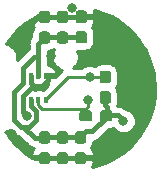
<source format=gbl>
%TF.GenerationSoftware,KiCad,Pcbnew,(5.1.0-1220-ga833aeeac)*%
%TF.CreationDate,2019-07-10T21:20:11+03:00*%
%TF.ProjectId,proto_II_sensor_kicad,70726f74-6f5f-4494-995f-73656e736f72,rev?*%
%TF.SameCoordinates,Original*%
%TF.FileFunction,Copper,L2,Bot*%
%TF.FilePolarity,Positive*%
%FSLAX46Y46*%
G04 Gerber Fmt 4.6, Leading zero omitted, Abs format (unit mm)*
G04 Created by KiCad (PCBNEW (5.1.0-1220-ga833aeeac)) date 2019-07-10 21:20:11*
%MOMM*%
%LPD*%
G04 APERTURE LIST*
%ADD10R,0.350000X0.500000*%
%ADD11C,0.160000*%
%ADD12C,0.950000*%
%ADD13C,0.800000*%
%ADD14C,0.400000*%
%ADD15C,0.250000*%
%ADD16C,0.254000*%
G04 APERTURE END LIST*
D10*
X128650000Y-127425000D03*
X128000000Y-127425000D03*
X127350000Y-127425000D03*
X126700000Y-127425000D03*
X126700000Y-129475000D03*
X127350000Y-129475000D03*
X128000000Y-129475000D03*
X128650000Y-129475000D03*
D11*
G36*
X132378387Y-130368079D02*
G01*
X132455438Y-130419562D01*
X132506921Y-130496613D01*
X132525000Y-130587500D01*
X132525000Y-131062500D01*
X132506921Y-131153387D01*
X132455438Y-131230438D01*
X132378387Y-131281921D01*
X132287500Y-131300000D01*
X131712500Y-131300000D01*
X131621613Y-131281921D01*
X131544562Y-131230438D01*
X131493079Y-131153387D01*
X131475000Y-131062500D01*
X131475000Y-130587500D01*
X131493079Y-130496613D01*
X131544562Y-130419562D01*
X131621613Y-130368079D01*
X131712500Y-130350000D01*
X132287500Y-130350000D01*
X132378387Y-130368079D01*
X132378387Y-130368079D01*
G37*
D12*
X132000000Y-130825000D03*
D11*
G36*
X134128387Y-130368079D02*
G01*
X134205438Y-130419562D01*
X134256921Y-130496613D01*
X134275000Y-130587500D01*
X134275000Y-131062500D01*
X134256921Y-131153387D01*
X134205438Y-131230438D01*
X134128387Y-131281921D01*
X134037500Y-131300000D01*
X133462500Y-131300000D01*
X133371613Y-131281921D01*
X133294562Y-131230438D01*
X133243079Y-131153387D01*
X133225000Y-131062500D01*
X133225000Y-130587500D01*
X133243079Y-130496613D01*
X133294562Y-130419562D01*
X133371613Y-130368079D01*
X133462500Y-130350000D01*
X134037500Y-130350000D01*
X134128387Y-130368079D01*
X134128387Y-130368079D01*
G37*
D12*
X133750000Y-130825000D03*
D11*
G36*
X133978387Y-127018080D02*
G01*
X134055438Y-127069563D01*
X134106921Y-127146614D01*
X134125000Y-127237501D01*
X134125000Y-127812501D01*
X134106921Y-127903388D01*
X134055438Y-127980439D01*
X133978387Y-128031922D01*
X133887500Y-128050001D01*
X133412500Y-128050001D01*
X133321613Y-128031922D01*
X133244562Y-127980439D01*
X133193079Y-127903388D01*
X133175000Y-127812501D01*
X133175000Y-127237501D01*
X133193079Y-127146614D01*
X133244562Y-127069563D01*
X133321613Y-127018080D01*
X133412500Y-127000001D01*
X133887500Y-127000001D01*
X133978387Y-127018080D01*
X133978387Y-127018080D01*
G37*
D12*
X133650000Y-127525001D03*
D11*
G36*
X133978387Y-128768080D02*
G01*
X134055438Y-128819563D01*
X134106921Y-128896614D01*
X134125000Y-128987501D01*
X134125000Y-129562501D01*
X134106921Y-129653388D01*
X134055438Y-129730439D01*
X133978387Y-129781922D01*
X133887500Y-129800001D01*
X133412500Y-129800001D01*
X133321613Y-129781922D01*
X133244562Y-129730439D01*
X133193079Y-129653388D01*
X133175000Y-129562501D01*
X133175000Y-128987501D01*
X133193079Y-128896614D01*
X133244562Y-128819563D01*
X133321613Y-128768080D01*
X133412500Y-128750001D01*
X133887500Y-128750001D01*
X133978387Y-128768080D01*
X133978387Y-128768080D01*
G37*
D12*
X133650000Y-129275001D03*
D11*
G36*
X131903387Y-133893079D02*
G01*
X131980438Y-133944562D01*
X132031921Y-134021613D01*
X132050000Y-134112500D01*
X132050000Y-134687500D01*
X132031921Y-134778387D01*
X131980438Y-134855438D01*
X131903387Y-134906921D01*
X131812500Y-134925000D01*
X131337500Y-134925000D01*
X131246613Y-134906921D01*
X131169562Y-134855438D01*
X131118079Y-134778387D01*
X131100000Y-134687500D01*
X131100000Y-134112500D01*
X131118079Y-134021613D01*
X131169562Y-133944562D01*
X131246613Y-133893079D01*
X131337500Y-133875000D01*
X131812500Y-133875000D01*
X131903387Y-133893079D01*
X131903387Y-133893079D01*
G37*
D12*
X131575000Y-134400000D03*
D11*
G36*
X131903387Y-132143079D02*
G01*
X131980438Y-132194562D01*
X132031921Y-132271613D01*
X132050000Y-132362500D01*
X132050000Y-132937500D01*
X132031921Y-133028387D01*
X131980438Y-133105438D01*
X131903387Y-133156921D01*
X131812500Y-133175000D01*
X131337500Y-133175000D01*
X131246613Y-133156921D01*
X131169562Y-133105438D01*
X131118079Y-133028387D01*
X131100000Y-132937500D01*
X131100000Y-132362500D01*
X131118079Y-132271613D01*
X131169562Y-132194562D01*
X131246613Y-132143079D01*
X131337500Y-132125000D01*
X131812500Y-132125000D01*
X131903387Y-132143079D01*
X131903387Y-132143079D01*
G37*
D12*
X131575000Y-132650000D03*
D11*
G36*
X130378387Y-133893079D02*
G01*
X130455438Y-133944562D01*
X130506921Y-134021613D01*
X130525000Y-134112500D01*
X130525000Y-134687500D01*
X130506921Y-134778387D01*
X130455438Y-134855438D01*
X130378387Y-134906921D01*
X130287500Y-134925000D01*
X129812500Y-134925000D01*
X129721613Y-134906921D01*
X129644562Y-134855438D01*
X129593079Y-134778387D01*
X129575000Y-134687500D01*
X129575000Y-134112500D01*
X129593079Y-134021613D01*
X129644562Y-133944562D01*
X129721613Y-133893079D01*
X129812500Y-133875000D01*
X130287500Y-133875000D01*
X130378387Y-133893079D01*
X130378387Y-133893079D01*
G37*
D12*
X130050000Y-134400000D03*
D11*
G36*
X130378387Y-132143079D02*
G01*
X130455438Y-132194562D01*
X130506921Y-132271613D01*
X130525000Y-132362500D01*
X130525000Y-132937500D01*
X130506921Y-133028387D01*
X130455438Y-133105438D01*
X130378387Y-133156921D01*
X130287500Y-133175000D01*
X129812500Y-133175000D01*
X129721613Y-133156921D01*
X129644562Y-133105438D01*
X129593079Y-133028387D01*
X129575000Y-132937500D01*
X129575000Y-132362500D01*
X129593079Y-132271613D01*
X129644562Y-132194562D01*
X129721613Y-132143079D01*
X129812500Y-132125000D01*
X130287500Y-132125000D01*
X130378387Y-132143079D01*
X130378387Y-132143079D01*
G37*
D12*
X130050000Y-132650000D03*
D11*
G36*
X128853387Y-133893079D02*
G01*
X128930438Y-133944562D01*
X128981921Y-134021613D01*
X129000000Y-134112500D01*
X129000000Y-134687500D01*
X128981921Y-134778387D01*
X128930438Y-134855438D01*
X128853387Y-134906921D01*
X128762500Y-134925000D01*
X128287500Y-134925000D01*
X128196613Y-134906921D01*
X128119562Y-134855438D01*
X128068079Y-134778387D01*
X128050000Y-134687500D01*
X128050000Y-134112500D01*
X128068079Y-134021613D01*
X128119562Y-133944562D01*
X128196613Y-133893079D01*
X128287500Y-133875000D01*
X128762500Y-133875000D01*
X128853387Y-133893079D01*
X128853387Y-133893079D01*
G37*
D12*
X128525000Y-134400000D03*
D11*
G36*
X128853387Y-132143079D02*
G01*
X128930438Y-132194562D01*
X128981921Y-132271613D01*
X129000000Y-132362500D01*
X129000000Y-132937500D01*
X128981921Y-133028387D01*
X128930438Y-133105438D01*
X128853387Y-133156921D01*
X128762500Y-133175000D01*
X128287500Y-133175000D01*
X128196613Y-133156921D01*
X128119562Y-133105438D01*
X128068079Y-133028387D01*
X128050000Y-132937500D01*
X128050000Y-132362500D01*
X128068079Y-132271613D01*
X128119562Y-132194562D01*
X128196613Y-132143079D01*
X128287500Y-132125000D01*
X128762500Y-132125000D01*
X128853387Y-132143079D01*
X128853387Y-132143079D01*
G37*
D12*
X128525000Y-132650000D03*
D11*
G36*
X128853387Y-121943078D02*
G01*
X128930438Y-121994561D01*
X128981921Y-122071612D01*
X129000000Y-122162499D01*
X129000000Y-122737499D01*
X128981921Y-122828386D01*
X128930438Y-122905437D01*
X128853387Y-122956920D01*
X128762500Y-122974999D01*
X128287500Y-122974999D01*
X128196613Y-122956920D01*
X128119562Y-122905437D01*
X128068079Y-122828386D01*
X128050000Y-122737499D01*
X128050000Y-122162499D01*
X128068079Y-122071612D01*
X128119562Y-121994561D01*
X128196613Y-121943078D01*
X128287500Y-121924999D01*
X128762500Y-121924999D01*
X128853387Y-121943078D01*
X128853387Y-121943078D01*
G37*
D12*
X128525000Y-122449999D03*
D11*
G36*
X128853387Y-123693078D02*
G01*
X128930438Y-123744561D01*
X128981921Y-123821612D01*
X129000000Y-123912499D01*
X129000000Y-124487499D01*
X128981921Y-124578386D01*
X128930438Y-124655437D01*
X128853387Y-124706920D01*
X128762500Y-124724999D01*
X128287500Y-124724999D01*
X128196613Y-124706920D01*
X128119562Y-124655437D01*
X128068079Y-124578386D01*
X128050000Y-124487499D01*
X128050000Y-123912499D01*
X128068079Y-123821612D01*
X128119562Y-123744561D01*
X128196613Y-123693078D01*
X128287500Y-123674999D01*
X128762500Y-123674999D01*
X128853387Y-123693078D01*
X128853387Y-123693078D01*
G37*
D12*
X128525000Y-124199999D03*
D11*
G36*
X130378387Y-121943078D02*
G01*
X130455438Y-121994561D01*
X130506921Y-122071612D01*
X130525000Y-122162499D01*
X130525000Y-122737499D01*
X130506921Y-122828386D01*
X130455438Y-122905437D01*
X130378387Y-122956920D01*
X130287500Y-122974999D01*
X129812500Y-122974999D01*
X129721613Y-122956920D01*
X129644562Y-122905437D01*
X129593079Y-122828386D01*
X129575000Y-122737499D01*
X129575000Y-122162499D01*
X129593079Y-122071612D01*
X129644562Y-121994561D01*
X129721613Y-121943078D01*
X129812500Y-121924999D01*
X130287500Y-121924999D01*
X130378387Y-121943078D01*
X130378387Y-121943078D01*
G37*
D12*
X130050000Y-122449999D03*
D11*
G36*
X130378387Y-123693078D02*
G01*
X130455438Y-123744561D01*
X130506921Y-123821612D01*
X130525000Y-123912499D01*
X130525000Y-124487499D01*
X130506921Y-124578386D01*
X130455438Y-124655437D01*
X130378387Y-124706920D01*
X130287500Y-124724999D01*
X129812500Y-124724999D01*
X129721613Y-124706920D01*
X129644562Y-124655437D01*
X129593079Y-124578386D01*
X129575000Y-124487499D01*
X129575000Y-123912499D01*
X129593079Y-123821612D01*
X129644562Y-123744561D01*
X129721613Y-123693078D01*
X129812500Y-123674999D01*
X130287500Y-123674999D01*
X130378387Y-123693078D01*
X130378387Y-123693078D01*
G37*
D12*
X130050000Y-124199999D03*
D11*
G36*
X131953387Y-121918079D02*
G01*
X132030438Y-121969562D01*
X132081921Y-122046613D01*
X132100000Y-122137500D01*
X132100000Y-122712500D01*
X132081921Y-122803387D01*
X132030438Y-122880438D01*
X131953387Y-122931921D01*
X131862500Y-122950000D01*
X131387500Y-122950000D01*
X131296613Y-122931921D01*
X131219562Y-122880438D01*
X131168079Y-122803387D01*
X131150000Y-122712500D01*
X131150000Y-122137500D01*
X131168079Y-122046613D01*
X131219562Y-121969562D01*
X131296613Y-121918079D01*
X131387500Y-121900000D01*
X131862500Y-121900000D01*
X131953387Y-121918079D01*
X131953387Y-121918079D01*
G37*
D12*
X131625000Y-122425000D03*
D11*
G36*
X131953387Y-123668079D02*
G01*
X132030438Y-123719562D01*
X132081921Y-123796613D01*
X132100000Y-123887500D01*
X132100000Y-124462500D01*
X132081921Y-124553387D01*
X132030438Y-124630438D01*
X131953387Y-124681921D01*
X131862500Y-124700000D01*
X131387500Y-124700000D01*
X131296613Y-124681921D01*
X131219562Y-124630438D01*
X131168079Y-124553387D01*
X131150000Y-124462500D01*
X131150000Y-123887500D01*
X131168079Y-123796613D01*
X131219562Y-123719562D01*
X131296613Y-123668079D01*
X131387500Y-123650000D01*
X131862500Y-123650000D01*
X131953387Y-123668079D01*
X131953387Y-123668079D01*
G37*
D12*
X131625000Y-124175000D03*
D13*
X129075000Y-125800000D03*
X130825000Y-121725000D03*
X126475000Y-125300000D03*
X134900000Y-123425000D03*
X136950000Y-126300000D03*
X126650000Y-124200000D03*
X126900000Y-133375000D03*
X125730000Y-132334000D03*
X127000000Y-130810000D03*
X127250000Y-123175000D03*
X135200000Y-131275000D03*
X132175000Y-129475000D03*
X132350000Y-127550000D03*
D14*
X131675000Y-134400000D02*
X131675000Y-134425000D01*
X131650000Y-134375000D02*
X131675000Y-134400000D01*
X131625000Y-134400000D02*
X131650000Y-134375000D01*
X128525000Y-134400000D02*
X131625000Y-134400000D01*
X131550001Y-122449999D02*
X131572000Y-122428000D01*
X128525000Y-122449999D02*
X131550001Y-122449999D01*
X126514496Y-131762500D02*
X126737500Y-131762500D01*
X126700000Y-128075000D02*
X125975001Y-128799999D01*
X127350000Y-129475000D02*
X127350000Y-129975996D01*
D15*
X128000000Y-129475000D02*
X128000000Y-129883520D01*
D14*
X126700000Y-127425000D02*
X126700000Y-128075000D01*
D15*
X128341479Y-130224999D02*
X131474999Y-130224999D01*
D14*
X127231504Y-131762500D02*
X126737500Y-131762500D01*
X127350000Y-129975996D02*
X127800002Y-130425998D01*
X127800002Y-130425998D02*
X127800002Y-131194002D01*
D15*
X128000000Y-129883520D02*
X128341479Y-130224999D01*
D14*
X127800002Y-131194002D02*
X127231504Y-131762500D01*
X125975001Y-131223005D02*
X126514496Y-131762500D01*
X125975001Y-128799999D02*
X125975001Y-131223005D01*
X126700000Y-129475000D02*
X126700000Y-130510000D01*
X126700000Y-130510000D02*
X127000000Y-130810000D01*
X126700000Y-129115000D02*
X127545000Y-128270000D01*
X126700000Y-129475000D02*
X126700000Y-129115000D01*
X128778000Y-127792002D02*
X128778000Y-127508000D01*
X127545000Y-128270000D02*
X128300002Y-128270000D01*
X128300002Y-128270000D02*
X128778000Y-127792002D01*
X127350000Y-127425000D02*
X127350000Y-128075000D01*
X127350000Y-128075000D02*
X127545000Y-128270000D01*
X128000000Y-125875000D02*
X128000000Y-127500000D01*
X128000000Y-124724999D02*
X128000000Y-125875000D01*
X126700000Y-127425000D02*
X126700000Y-126775000D01*
X126700000Y-126775000D02*
X127600000Y-125875000D01*
X127600000Y-125875000D02*
X128000000Y-125875000D01*
X127975001Y-122449999D02*
X127250000Y-123175000D01*
X128525000Y-122449999D02*
X127975001Y-122449999D01*
X133875000Y-130800000D02*
X133875000Y-130825000D01*
X134725000Y-130800000D02*
X133875000Y-130800000D01*
X135200000Y-131275000D02*
X134725000Y-130800000D01*
X126737500Y-131762500D02*
X127700000Y-132725000D01*
X128525000Y-132725000D02*
X128525000Y-132750000D01*
X127700000Y-132725000D02*
X128525000Y-132725000D01*
X128525000Y-124199999D02*
X128000000Y-124724999D01*
X131675001Y-124199999D02*
X131725000Y-124150000D01*
X128525000Y-124199999D02*
X131675001Y-124199999D01*
X133825000Y-130075001D02*
X133825000Y-130825000D01*
X133650000Y-129275001D02*
X133650000Y-129900001D01*
X133650000Y-129900001D02*
X133825000Y-130075001D01*
X132569812Y-132155188D02*
X133825000Y-130900000D01*
X131575000Y-132650000D02*
X132069812Y-132155188D01*
X132069812Y-132155188D02*
X132569812Y-132155188D01*
X128525000Y-132650000D02*
X131625000Y-132650000D01*
D15*
X132175000Y-129475000D02*
X132175000Y-130040685D01*
X132175000Y-130040685D02*
X131990686Y-130224999D01*
X131990686Y-130224999D02*
X131474999Y-130224999D01*
X130525000Y-127525000D02*
X133525000Y-127525000D01*
X131474999Y-130224999D02*
X132000000Y-130750000D01*
X128650000Y-129475000D02*
X128650000Y-129400000D01*
X128650000Y-129400000D02*
X130525000Y-127525000D01*
D16*
G36*
X132754891Y-121857998D02*
G01*
X133247958Y-122008274D01*
X133728371Y-122195097D01*
X134193433Y-122417418D01*
X134640508Y-122673978D01*
X135067080Y-122963332D01*
X135470766Y-123283864D01*
X135849286Y-123633764D01*
X136200497Y-124011052D01*
X136522434Y-124413614D01*
X136813278Y-124839177D01*
X137071399Y-125285356D01*
X137295339Y-125749633D01*
X137483841Y-126229400D01*
X137635836Y-126721936D01*
X137750472Y-127224477D01*
X137827107Y-127734219D01*
X137865181Y-128246552D01*
X137840328Y-129136280D01*
X137773715Y-129645688D01*
X137668746Y-130150346D01*
X137526231Y-130645723D01*
X137346981Y-131129001D01*
X137131993Y-131597497D01*
X136882487Y-132048545D01*
X136599867Y-132479613D01*
X136285716Y-132888282D01*
X135941806Y-133272250D01*
X135570079Y-133629348D01*
X135172627Y-133957564D01*
X134751674Y-134255064D01*
X134309615Y-134520155D01*
X133848909Y-134751363D01*
X133372171Y-134947373D01*
X132882070Y-135107090D01*
X132522636Y-135195043D01*
X132539642Y-135175417D01*
X132559185Y-135145007D01*
X132648238Y-134950006D01*
X132658422Y-134915323D01*
X132688931Y-134703132D01*
X132690224Y-134685058D01*
X132690224Y-134654000D01*
X132670063Y-134585339D01*
X132615982Y-134538477D01*
X132563224Y-134527000D01*
X131448000Y-134527000D01*
X131448000Y-134273000D01*
X132563224Y-134273000D01*
X132631885Y-134252839D01*
X132678747Y-134198758D01*
X132690224Y-134146000D01*
X132690224Y-134114942D01*
X132687322Y-134087946D01*
X132619260Y-133775070D01*
X132602001Y-133733405D01*
X132486102Y-133553062D01*
X132462430Y-133525743D01*
X132456878Y-133520932D01*
X132539642Y-133425417D01*
X132559185Y-133395007D01*
X132648238Y-133200006D01*
X132658422Y-133165323D01*
X132684386Y-132984740D01*
X132722725Y-132982362D01*
X132757986Y-132975060D01*
X132772882Y-132969682D01*
X132788569Y-132967436D01*
X132823133Y-132957328D01*
X132884902Y-132929243D01*
X132948738Y-132906198D01*
X132981158Y-132888832D01*
X132992913Y-132880133D01*
X133007749Y-132873388D01*
X133038085Y-132853987D01*
X133097892Y-132802454D01*
X133111540Y-132792355D01*
X133125802Y-132780067D01*
X133137813Y-132768056D01*
X133191721Y-132721606D01*
X133215392Y-132694472D01*
X133222752Y-132683117D01*
X133965645Y-131940224D01*
X134035058Y-131940224D01*
X134062054Y-131937322D01*
X134350988Y-131874468D01*
X134363434Y-131896025D01*
X134383616Y-131922328D01*
X134552672Y-132091384D01*
X134578975Y-132111566D01*
X134786025Y-132231106D01*
X134816655Y-132243794D01*
X135047590Y-132305673D01*
X135080460Y-132310000D01*
X135319540Y-132310000D01*
X135352410Y-132305673D01*
X135583345Y-132243794D01*
X135613975Y-132231106D01*
X135821025Y-132111566D01*
X135847328Y-132091384D01*
X136016384Y-131922328D01*
X136036566Y-131896025D01*
X136156106Y-131688975D01*
X136168794Y-131658345D01*
X136230673Y-131427410D01*
X136235000Y-131394540D01*
X136235000Y-131155460D01*
X136230673Y-131122590D01*
X136168794Y-130891655D01*
X136156106Y-130861025D01*
X136036566Y-130653975D01*
X136016384Y-130627672D01*
X135847328Y-130458616D01*
X135821025Y-130438434D01*
X135613975Y-130318894D01*
X135583345Y-130306206D01*
X135357612Y-130245721D01*
X135353783Y-130241222D01*
X135296495Y-130190627D01*
X135279488Y-130173620D01*
X135265851Y-130161798D01*
X135252645Y-130151900D01*
X135201774Y-130106973D01*
X135171679Y-130087204D01*
X135157336Y-130080470D01*
X135144659Y-130070969D01*
X135113074Y-130053676D01*
X135049534Y-130029857D01*
X134988102Y-130001014D01*
X134952899Y-129990369D01*
X134938430Y-129988207D01*
X134923175Y-129982488D01*
X134888006Y-129974756D01*
X134809290Y-129968907D01*
X134792487Y-129966395D01*
X134773712Y-129965000D01*
X134756730Y-129965000D01*
X134685762Y-129959726D01*
X134660942Y-129961418D01*
X134723238Y-129825008D01*
X134733422Y-129790324D01*
X134763931Y-129578133D01*
X134765224Y-129560059D01*
X134765224Y-128989943D01*
X134762322Y-128962947D01*
X134694260Y-128650071D01*
X134677001Y-128608406D01*
X134561102Y-128428063D01*
X134537430Y-128400744D01*
X134531878Y-128395933D01*
X134614642Y-128300418D01*
X134634185Y-128270008D01*
X134723238Y-128075007D01*
X134733422Y-128040324D01*
X134763931Y-127828133D01*
X134765224Y-127810059D01*
X134765224Y-127239943D01*
X134762322Y-127212947D01*
X134694260Y-126900071D01*
X134677001Y-126858406D01*
X134561102Y-126678063D01*
X134537430Y-126650744D01*
X134375417Y-126510359D01*
X134345007Y-126490816D01*
X134150006Y-126401763D01*
X134115323Y-126391579D01*
X133903132Y-126361070D01*
X133885058Y-126359777D01*
X133414942Y-126359777D01*
X133387946Y-126362679D01*
X133075070Y-126430741D01*
X133033405Y-126448000D01*
X132853062Y-126563899D01*
X132825743Y-126587571D01*
X132801495Y-126615555D01*
X132763974Y-126593893D01*
X132733345Y-126581206D01*
X132502410Y-126519327D01*
X132469540Y-126515000D01*
X132230460Y-126515000D01*
X132197590Y-126519327D01*
X131966655Y-126581206D01*
X131936025Y-126593894D01*
X131728975Y-126713434D01*
X131702672Y-126733616D01*
X131671288Y-126765000D01*
X130951493Y-126765000D01*
X130966639Y-126755388D01*
X130986170Y-126740128D01*
X131129324Y-126603805D01*
X131145521Y-126585041D01*
X131259469Y-126423508D01*
X131271711Y-126401958D01*
X131352115Y-126221370D01*
X131359939Y-126197850D01*
X131403734Y-126005083D01*
X131406878Y-125978720D01*
X131410031Y-125752934D01*
X131407624Y-125726493D01*
X131369228Y-125532578D01*
X131362064Y-125508850D01*
X131286998Y-125326728D01*
X131371868Y-125338931D01*
X131389942Y-125340224D01*
X131860058Y-125340224D01*
X131887054Y-125337322D01*
X132199930Y-125269260D01*
X132241595Y-125252001D01*
X132421938Y-125136102D01*
X132449257Y-125112430D01*
X132589642Y-124950417D01*
X132609185Y-124920007D01*
X132698238Y-124725006D01*
X132708422Y-124690323D01*
X132738931Y-124478132D01*
X132740224Y-124460058D01*
X132740224Y-123889942D01*
X132737322Y-123862946D01*
X132669260Y-123550070D01*
X132652001Y-123508405D01*
X132536102Y-123328062D01*
X132512430Y-123300743D01*
X132506878Y-123295932D01*
X132589642Y-123200417D01*
X132609185Y-123170007D01*
X132698238Y-122975006D01*
X132708422Y-122940323D01*
X132738931Y-122728132D01*
X132740224Y-122710058D01*
X132740224Y-122679000D01*
X132720063Y-122610339D01*
X132665982Y-122563477D01*
X132613224Y-122552000D01*
X131498000Y-122552000D01*
X131498000Y-122298000D01*
X132613224Y-122298000D01*
X132681885Y-122277839D01*
X132728747Y-122223758D01*
X132740224Y-122171000D01*
X132740224Y-122139942D01*
X132737322Y-122112946D01*
X132678113Y-121840766D01*
X132754891Y-121857998D01*
X132754891Y-121857998D01*
G37*
X132754891Y-121857998D02*
X133247958Y-122008274D01*
X133728371Y-122195097D01*
X134193433Y-122417418D01*
X134640508Y-122673978D01*
X135067080Y-122963332D01*
X135470766Y-123283864D01*
X135849286Y-123633764D01*
X136200497Y-124011052D01*
X136522434Y-124413614D01*
X136813278Y-124839177D01*
X137071399Y-125285356D01*
X137295339Y-125749633D01*
X137483841Y-126229400D01*
X137635836Y-126721936D01*
X137750472Y-127224477D01*
X137827107Y-127734219D01*
X137865181Y-128246552D01*
X137840328Y-129136280D01*
X137773715Y-129645688D01*
X137668746Y-130150346D01*
X137526231Y-130645723D01*
X137346981Y-131129001D01*
X137131993Y-131597497D01*
X136882487Y-132048545D01*
X136599867Y-132479613D01*
X136285716Y-132888282D01*
X135941806Y-133272250D01*
X135570079Y-133629348D01*
X135172627Y-133957564D01*
X134751674Y-134255064D01*
X134309615Y-134520155D01*
X133848909Y-134751363D01*
X133372171Y-134947373D01*
X132882070Y-135107090D01*
X132522636Y-135195043D01*
X132539642Y-135175417D01*
X132559185Y-135145007D01*
X132648238Y-134950006D01*
X132658422Y-134915323D01*
X132688931Y-134703132D01*
X132690224Y-134685058D01*
X132690224Y-134654000D01*
X132670063Y-134585339D01*
X132615982Y-134538477D01*
X132563224Y-134527000D01*
X131448000Y-134527000D01*
X131448000Y-134273000D01*
X132563224Y-134273000D01*
X132631885Y-134252839D01*
X132678747Y-134198758D01*
X132690224Y-134146000D01*
X132690224Y-134114942D01*
X132687322Y-134087946D01*
X132619260Y-133775070D01*
X132602001Y-133733405D01*
X132486102Y-133553062D01*
X132462430Y-133525743D01*
X132456878Y-133520932D01*
X132539642Y-133425417D01*
X132559185Y-133395007D01*
X132648238Y-133200006D01*
X132658422Y-133165323D01*
X132684386Y-132984740D01*
X132722725Y-132982362D01*
X132757986Y-132975060D01*
X132772882Y-132969682D01*
X132788569Y-132967436D01*
X132823133Y-132957328D01*
X132884902Y-132929243D01*
X132948738Y-132906198D01*
X132981158Y-132888832D01*
X132992913Y-132880133D01*
X133007749Y-132873388D01*
X133038085Y-132853987D01*
X133097892Y-132802454D01*
X133111540Y-132792355D01*
X133125802Y-132780067D01*
X133137813Y-132768056D01*
X133191721Y-132721606D01*
X133215392Y-132694472D01*
X133222752Y-132683117D01*
X133965645Y-131940224D01*
X134035058Y-131940224D01*
X134062054Y-131937322D01*
X134350988Y-131874468D01*
X134363434Y-131896025D01*
X134383616Y-131922328D01*
X134552672Y-132091384D01*
X134578975Y-132111566D01*
X134786025Y-132231106D01*
X134816655Y-132243794D01*
X135047590Y-132305673D01*
X135080460Y-132310000D01*
X135319540Y-132310000D01*
X135352410Y-132305673D01*
X135583345Y-132243794D01*
X135613975Y-132231106D01*
X135821025Y-132111566D01*
X135847328Y-132091384D01*
X136016384Y-131922328D01*
X136036566Y-131896025D01*
X136156106Y-131688975D01*
X136168794Y-131658345D01*
X136230673Y-131427410D01*
X136235000Y-131394540D01*
X136235000Y-131155460D01*
X136230673Y-131122590D01*
X136168794Y-130891655D01*
X136156106Y-130861025D01*
X136036566Y-130653975D01*
X136016384Y-130627672D01*
X135847328Y-130458616D01*
X135821025Y-130438434D01*
X135613975Y-130318894D01*
X135583345Y-130306206D01*
X135357612Y-130245721D01*
X135353783Y-130241222D01*
X135296495Y-130190627D01*
X135279488Y-130173620D01*
X135265851Y-130161798D01*
X135252645Y-130151900D01*
X135201774Y-130106973D01*
X135171679Y-130087204D01*
X135157336Y-130080470D01*
X135144659Y-130070969D01*
X135113074Y-130053676D01*
X135049534Y-130029857D01*
X134988102Y-130001014D01*
X134952899Y-129990369D01*
X134938430Y-129988207D01*
X134923175Y-129982488D01*
X134888006Y-129974756D01*
X134809290Y-129968907D01*
X134792487Y-129966395D01*
X134773712Y-129965000D01*
X134756730Y-129965000D01*
X134685762Y-129959726D01*
X134660942Y-129961418D01*
X134723238Y-129825008D01*
X134733422Y-129790324D01*
X134763931Y-129578133D01*
X134765224Y-129560059D01*
X134765224Y-128989943D01*
X134762322Y-128962947D01*
X134694260Y-128650071D01*
X134677001Y-128608406D01*
X134561102Y-128428063D01*
X134537430Y-128400744D01*
X134531878Y-128395933D01*
X134614642Y-128300418D01*
X134634185Y-128270008D01*
X134723238Y-128075007D01*
X134733422Y-128040324D01*
X134763931Y-127828133D01*
X134765224Y-127810059D01*
X134765224Y-127239943D01*
X134762322Y-127212947D01*
X134694260Y-126900071D01*
X134677001Y-126858406D01*
X134561102Y-126678063D01*
X134537430Y-126650744D01*
X134375417Y-126510359D01*
X134345007Y-126490816D01*
X134150006Y-126401763D01*
X134115323Y-126391579D01*
X133903132Y-126361070D01*
X133885058Y-126359777D01*
X133414942Y-126359777D01*
X133387946Y-126362679D01*
X133075070Y-126430741D01*
X133033405Y-126448000D01*
X132853062Y-126563899D01*
X132825743Y-126587571D01*
X132801495Y-126615555D01*
X132763974Y-126593893D01*
X132733345Y-126581206D01*
X132502410Y-126519327D01*
X132469540Y-126515000D01*
X132230460Y-126515000D01*
X132197590Y-126519327D01*
X131966655Y-126581206D01*
X131936025Y-126593894D01*
X131728975Y-126713434D01*
X131702672Y-126733616D01*
X131671288Y-126765000D01*
X130951493Y-126765000D01*
X130966639Y-126755388D01*
X130986170Y-126740128D01*
X131129324Y-126603805D01*
X131145521Y-126585041D01*
X131259469Y-126423508D01*
X131271711Y-126401958D01*
X131352115Y-126221370D01*
X131359939Y-126197850D01*
X131403734Y-126005083D01*
X131406878Y-125978720D01*
X131410031Y-125752934D01*
X131407624Y-125726493D01*
X131369228Y-125532578D01*
X131362064Y-125508850D01*
X131286998Y-125326728D01*
X131371868Y-125338931D01*
X131389942Y-125340224D01*
X131860058Y-125340224D01*
X131887054Y-125337322D01*
X132199930Y-125269260D01*
X132241595Y-125252001D01*
X132421938Y-125136102D01*
X132449257Y-125112430D01*
X132589642Y-124950417D01*
X132609185Y-124920007D01*
X132698238Y-124725006D01*
X132708422Y-124690323D01*
X132738931Y-124478132D01*
X132740224Y-124460058D01*
X132740224Y-123889942D01*
X132737322Y-123862946D01*
X132669260Y-123550070D01*
X132652001Y-123508405D01*
X132536102Y-123328062D01*
X132512430Y-123300743D01*
X132506878Y-123295932D01*
X132589642Y-123200417D01*
X132609185Y-123170007D01*
X132698238Y-122975006D01*
X132708422Y-122940323D01*
X132738931Y-122728132D01*
X132740224Y-122710058D01*
X132740224Y-122679000D01*
X132720063Y-122610339D01*
X132665982Y-122563477D01*
X132613224Y-122552000D01*
X131498000Y-122552000D01*
X131498000Y-122298000D01*
X132613224Y-122298000D01*
X132681885Y-122277839D01*
X132728747Y-122223758D01*
X132740224Y-122171000D01*
X132740224Y-122139942D01*
X132737322Y-122112946D01*
X132678113Y-121840766D01*
X132754891Y-121857998D01*
G36*
X125857919Y-132286792D02*
G01*
X125862376Y-132293856D01*
X125885713Y-132321278D01*
X125942993Y-132371866D01*
X125960007Y-132388880D01*
X125973645Y-132400703D01*
X125986853Y-132410602D01*
X126037721Y-132455527D01*
X126067815Y-132475295D01*
X126082159Y-132482030D01*
X126094838Y-132491532D01*
X126126421Y-132508824D01*
X126189966Y-132532645D01*
X126251394Y-132561486D01*
X126286596Y-132572131D01*
X126301066Y-132574293D01*
X126316320Y-132580012D01*
X126351488Y-132587744D01*
X126384314Y-132590183D01*
X127043423Y-133249292D01*
X127047880Y-133256356D01*
X127071217Y-133283778D01*
X127128497Y-133334366D01*
X127145511Y-133351380D01*
X127159149Y-133363203D01*
X127172357Y-133373102D01*
X127223225Y-133418027D01*
X127253319Y-133437795D01*
X127267663Y-133444530D01*
X127280342Y-133454032D01*
X127311925Y-133471323D01*
X127375463Y-133495142D01*
X127436898Y-133523986D01*
X127472102Y-133534631D01*
X127486567Y-133536793D01*
X127501823Y-133542512D01*
X127536992Y-133550245D01*
X127615731Y-133556096D01*
X127619247Y-133556622D01*
X127560358Y-133624583D01*
X127540815Y-133654993D01*
X127451762Y-133849994D01*
X127441578Y-133884677D01*
X127411069Y-134096868D01*
X127409776Y-134114942D01*
X127409776Y-134146000D01*
X127429937Y-134214661D01*
X127484018Y-134261523D01*
X127536776Y-134273000D01*
X128652000Y-134273000D01*
X128652000Y-134527000D01*
X127712071Y-134527000D01*
X127420699Y-134363823D01*
X126991127Y-134078956D01*
X126584096Y-133762662D01*
X126201938Y-133416749D01*
X125846803Y-133043168D01*
X125520657Y-132643987D01*
X125225377Y-132221498D01*
X125200987Y-132180339D01*
X125369437Y-132150636D01*
X125393309Y-132143970D01*
X125577609Y-132072485D01*
X125599734Y-132061309D01*
X125619740Y-132048613D01*
X125857919Y-132286792D01*
X125857919Y-132286792D01*
G37*
X125857919Y-132286792D02*
X125862376Y-132293856D01*
X125885713Y-132321278D01*
X125942993Y-132371866D01*
X125960007Y-132388880D01*
X125973645Y-132400703D01*
X125986853Y-132410602D01*
X126037721Y-132455527D01*
X126067815Y-132475295D01*
X126082159Y-132482030D01*
X126094838Y-132491532D01*
X126126421Y-132508824D01*
X126189966Y-132532645D01*
X126251394Y-132561486D01*
X126286596Y-132572131D01*
X126301066Y-132574293D01*
X126316320Y-132580012D01*
X126351488Y-132587744D01*
X126384314Y-132590183D01*
X127043423Y-133249292D01*
X127047880Y-133256356D01*
X127071217Y-133283778D01*
X127128497Y-133334366D01*
X127145511Y-133351380D01*
X127159149Y-133363203D01*
X127172357Y-133373102D01*
X127223225Y-133418027D01*
X127253319Y-133437795D01*
X127267663Y-133444530D01*
X127280342Y-133454032D01*
X127311925Y-133471323D01*
X127375463Y-133495142D01*
X127436898Y-133523986D01*
X127472102Y-133534631D01*
X127486567Y-133536793D01*
X127501823Y-133542512D01*
X127536992Y-133550245D01*
X127615731Y-133556096D01*
X127619247Y-133556622D01*
X127560358Y-133624583D01*
X127540815Y-133654993D01*
X127451762Y-133849994D01*
X127441578Y-133884677D01*
X127411069Y-134096868D01*
X127409776Y-134114942D01*
X127409776Y-134146000D01*
X127429937Y-134214661D01*
X127484018Y-134261523D01*
X127536776Y-134273000D01*
X128652000Y-134273000D01*
X128652000Y-134527000D01*
X127712071Y-134527000D01*
X127420699Y-134363823D01*
X126991127Y-134078956D01*
X126584096Y-133762662D01*
X126201938Y-133416749D01*
X125846803Y-133043168D01*
X125520657Y-132643987D01*
X125225377Y-132221498D01*
X125200987Y-132180339D01*
X125369437Y-132150636D01*
X125393309Y-132143970D01*
X125577609Y-132072485D01*
X125599734Y-132061309D01*
X125619740Y-132048613D01*
X125857919Y-132286792D01*
G36*
X126810717Y-130621576D02*
G01*
X126822072Y-130628936D01*
X126965002Y-130771865D01*
X126965002Y-130848134D01*
X126885637Y-130927500D01*
X126860365Y-130927500D01*
X126810001Y-130877136D01*
X126810001Y-130620951D01*
X126810717Y-130621576D01*
X126810717Y-130621576D01*
G37*
X126810717Y-130621576D02*
X126822072Y-130628936D01*
X126965002Y-130771865D01*
X126965002Y-130848134D01*
X126885637Y-130927500D01*
X126860365Y-130927500D01*
X126810001Y-130877136D01*
X126810001Y-130620951D01*
X126810717Y-130621576D01*
G36*
X128777000Y-128169669D02*
G01*
X128783476Y-128191722D01*
X128369153Y-128606045D01*
X128350262Y-128611107D01*
X128197053Y-128584092D01*
X128175000Y-128582163D01*
X127825000Y-128582163D01*
X127792130Y-128586491D01*
X127700263Y-128611107D01*
X127547053Y-128584092D01*
X127525000Y-128582163D01*
X127366188Y-128582163D01*
X127393026Y-128551775D01*
X127412795Y-128521681D01*
X127419528Y-128507340D01*
X127429032Y-128494659D01*
X127446323Y-128463076D01*
X127470143Y-128399535D01*
X127498986Y-128338102D01*
X127505114Y-128317837D01*
X127525000Y-128317837D01*
X127557870Y-128313509D01*
X127649737Y-128288893D01*
X127802947Y-128315908D01*
X127818262Y-128317248D01*
X127857887Y-128329098D01*
X127893500Y-128334421D01*
X128096299Y-128335660D01*
X128131974Y-128330773D01*
X128179147Y-128317291D01*
X128207870Y-128313509D01*
X128299737Y-128288893D01*
X128373947Y-128301978D01*
X128445066Y-128294046D01*
X128500607Y-128248924D01*
X128509009Y-128221902D01*
X128514553Y-128219016D01*
X128651788Y-128103862D01*
X128680139Y-128070074D01*
X128769713Y-127914927D01*
X128777000Y-127894907D01*
X128777000Y-128169669D01*
X128777000Y-128169669D01*
G37*
X128777000Y-128169669D02*
X128783476Y-128191722D01*
X128369153Y-128606045D01*
X128350262Y-128611107D01*
X128197053Y-128584092D01*
X128175000Y-128582163D01*
X127825000Y-128582163D01*
X127792130Y-128586491D01*
X127700263Y-128611107D01*
X127547053Y-128584092D01*
X127525000Y-128582163D01*
X127366188Y-128582163D01*
X127393026Y-128551775D01*
X127412795Y-128521681D01*
X127419528Y-128507340D01*
X127429032Y-128494659D01*
X127446323Y-128463076D01*
X127470143Y-128399535D01*
X127498986Y-128338102D01*
X127505114Y-128317837D01*
X127525000Y-128317837D01*
X127557870Y-128313509D01*
X127649737Y-128288893D01*
X127802947Y-128315908D01*
X127818262Y-128317248D01*
X127857887Y-128329098D01*
X127893500Y-128334421D01*
X128096299Y-128335660D01*
X128131974Y-128330773D01*
X128179147Y-128317291D01*
X128207870Y-128313509D01*
X128299737Y-128288893D01*
X128373947Y-128301978D01*
X128445066Y-128294046D01*
X128500607Y-128248924D01*
X128509009Y-128221902D01*
X128514553Y-128219016D01*
X128651788Y-128103862D01*
X128680139Y-128070074D01*
X128769713Y-127914927D01*
X128777000Y-127894907D01*
X128777000Y-128169669D01*
G36*
X129324583Y-125214641D02*
G01*
X129331413Y-125219030D01*
X129282619Y-125290292D01*
X129270679Y-125312012D01*
X129192805Y-125493705D01*
X129185310Y-125517331D01*
X129144210Y-125710691D01*
X129141447Y-125735323D01*
X129138687Y-125932982D01*
X129140761Y-125957681D01*
X129176446Y-126152113D01*
X129183279Y-126175939D01*
X129256050Y-126359736D01*
X129267379Y-126381781D01*
X129374463Y-126547943D01*
X129389859Y-126567367D01*
X129527178Y-126709566D01*
X129546053Y-126725631D01*
X129708377Y-126838449D01*
X129730014Y-126850541D01*
X129911160Y-126929681D01*
X129934732Y-126937340D01*
X130019270Y-126955927D01*
X129403495Y-127571702D01*
X129340132Y-127552000D01*
X128904000Y-127552000D01*
X128835339Y-127572161D01*
X128832399Y-127575554D01*
X128833605Y-127567484D01*
X128835000Y-127548712D01*
X128835000Y-127298000D01*
X129339765Y-127298000D01*
X129408426Y-127277839D01*
X129455288Y-127223758D01*
X129462438Y-127138130D01*
X129394401Y-126884212D01*
X129369016Y-126835448D01*
X129253862Y-126698212D01*
X129220074Y-126669861D01*
X129064927Y-126580287D01*
X129023480Y-126565201D01*
X128847053Y-126534092D01*
X128835000Y-126533038D01*
X128835000Y-125886730D01*
X128835660Y-125778701D01*
X128835000Y-125773883D01*
X128835000Y-125351891D01*
X129099930Y-125294259D01*
X129141595Y-125277000D01*
X129287980Y-125182924D01*
X129324583Y-125214641D01*
X129324583Y-125214641D01*
G37*
X129324583Y-125214641D02*
X129331413Y-125219030D01*
X129282619Y-125290292D01*
X129270679Y-125312012D01*
X129192805Y-125493705D01*
X129185310Y-125517331D01*
X129144210Y-125710691D01*
X129141447Y-125735323D01*
X129138687Y-125932982D01*
X129140761Y-125957681D01*
X129176446Y-126152113D01*
X129183279Y-126175939D01*
X129256050Y-126359736D01*
X129267379Y-126381781D01*
X129374463Y-126547943D01*
X129389859Y-126567367D01*
X129527178Y-126709566D01*
X129546053Y-126725631D01*
X129708377Y-126838449D01*
X129730014Y-126850541D01*
X129911160Y-126929681D01*
X129934732Y-126937340D01*
X130019270Y-126955927D01*
X129403495Y-127571702D01*
X129340132Y-127552000D01*
X128904000Y-127552000D01*
X128835339Y-127572161D01*
X128832399Y-127575554D01*
X128833605Y-127567484D01*
X128835000Y-127548712D01*
X128835000Y-127298000D01*
X129339765Y-127298000D01*
X129408426Y-127277839D01*
X129455288Y-127223758D01*
X129462438Y-127138130D01*
X129394401Y-126884212D01*
X129369016Y-126835448D01*
X129253862Y-126698212D01*
X129220074Y-126669861D01*
X129064927Y-126580287D01*
X129023480Y-126565201D01*
X128847053Y-126534092D01*
X128835000Y-126533038D01*
X128835000Y-125886730D01*
X128835660Y-125778701D01*
X128835000Y-125773883D01*
X128835000Y-125351891D01*
X129099930Y-125294259D01*
X129141595Y-125277000D01*
X129287980Y-125182924D01*
X129324583Y-125214641D01*
G36*
X127421253Y-122651241D02*
G01*
X127409776Y-122703999D01*
X127409776Y-122735057D01*
X127412678Y-122762053D01*
X127480740Y-123074929D01*
X127497999Y-123116594D01*
X127613898Y-123296937D01*
X127637570Y-123324256D01*
X127643122Y-123329067D01*
X127560358Y-123424582D01*
X127540815Y-123454992D01*
X127451762Y-123649993D01*
X127441578Y-123684676D01*
X127411069Y-123896867D01*
X127409776Y-123914941D01*
X127409776Y-124131823D01*
X127390637Y-124153494D01*
X127373620Y-124170511D01*
X127361796Y-124184151D01*
X127351903Y-124197352D01*
X127306973Y-124248225D01*
X127287205Y-124278319D01*
X127280470Y-124292663D01*
X127270968Y-124305342D01*
X127253676Y-124336925D01*
X127229855Y-124400470D01*
X127201014Y-124461898D01*
X127190369Y-124497100D01*
X127188207Y-124511570D01*
X127182488Y-124526824D01*
X127174756Y-124561991D01*
X127168905Y-124640724D01*
X127166395Y-124657518D01*
X127165000Y-124676288D01*
X127165000Y-124693269D01*
X127159726Y-124764237D01*
X127162175Y-124800161D01*
X127165000Y-124813395D01*
X127165000Y-125155465D01*
X127162061Y-125156801D01*
X127131728Y-125176200D01*
X127071926Y-125227728D01*
X127058268Y-125237835D01*
X127044009Y-125250121D01*
X127031992Y-125262138D01*
X126978091Y-125308582D01*
X126954420Y-125335716D01*
X126947060Y-125347071D01*
X126178653Y-126115480D01*
X126203734Y-126005083D01*
X126206878Y-125978720D01*
X126210031Y-125752934D01*
X126207624Y-125726493D01*
X126169228Y-125532578D01*
X126162064Y-125508850D01*
X126086734Y-125326087D01*
X126075098Y-125304202D01*
X125965704Y-125139551D01*
X125950039Y-125120344D01*
X125810748Y-124980077D01*
X125791650Y-124964277D01*
X125627767Y-124853736D01*
X125605963Y-124841947D01*
X125423730Y-124765344D01*
X125400053Y-124758015D01*
X125262490Y-124729777D01*
X125442117Y-124461961D01*
X125760529Y-124056604D01*
X126108437Y-123676263D01*
X126483880Y-123323082D01*
X126884761Y-122999034D01*
X127308789Y-122705970D01*
X127440815Y-122628666D01*
X127421253Y-122651241D01*
X127421253Y-122651241D01*
G37*
X127421253Y-122651241D02*
X127409776Y-122703999D01*
X127409776Y-122735057D01*
X127412678Y-122762053D01*
X127480740Y-123074929D01*
X127497999Y-123116594D01*
X127613898Y-123296937D01*
X127637570Y-123324256D01*
X127643122Y-123329067D01*
X127560358Y-123424582D01*
X127540815Y-123454992D01*
X127451762Y-123649993D01*
X127441578Y-123684676D01*
X127411069Y-123896867D01*
X127409776Y-123914941D01*
X127409776Y-124131823D01*
X127390637Y-124153494D01*
X127373620Y-124170511D01*
X127361796Y-124184151D01*
X127351903Y-124197352D01*
X127306973Y-124248225D01*
X127287205Y-124278319D01*
X127280470Y-124292663D01*
X127270968Y-124305342D01*
X127253676Y-124336925D01*
X127229855Y-124400470D01*
X127201014Y-124461898D01*
X127190369Y-124497100D01*
X127188207Y-124511570D01*
X127182488Y-124526824D01*
X127174756Y-124561991D01*
X127168905Y-124640724D01*
X127166395Y-124657518D01*
X127165000Y-124676288D01*
X127165000Y-124693269D01*
X127159726Y-124764237D01*
X127162175Y-124800161D01*
X127165000Y-124813395D01*
X127165000Y-125155465D01*
X127162061Y-125156801D01*
X127131728Y-125176200D01*
X127071926Y-125227728D01*
X127058268Y-125237835D01*
X127044009Y-125250121D01*
X127031992Y-125262138D01*
X126978091Y-125308582D01*
X126954420Y-125335716D01*
X126947060Y-125347071D01*
X126178653Y-126115480D01*
X126203734Y-126005083D01*
X126206878Y-125978720D01*
X126210031Y-125752934D01*
X126207624Y-125726493D01*
X126169228Y-125532578D01*
X126162064Y-125508850D01*
X126086734Y-125326087D01*
X126075098Y-125304202D01*
X125965704Y-125139551D01*
X125950039Y-125120344D01*
X125810748Y-124980077D01*
X125791650Y-124964277D01*
X125627767Y-124853736D01*
X125605963Y-124841947D01*
X125423730Y-124765344D01*
X125400053Y-124758015D01*
X125262490Y-124729777D01*
X125442117Y-124461961D01*
X125760529Y-124056604D01*
X126108437Y-123676263D01*
X126483880Y-123323082D01*
X126884761Y-122999034D01*
X127308789Y-122705970D01*
X127440815Y-122628666D01*
X127421253Y-122651241D01*
G36*
X128652000Y-122576999D02*
G01*
X127536776Y-122576999D01*
X127521287Y-122581547D01*
X127753613Y-122445514D01*
X128004251Y-122322999D01*
X128652000Y-122322999D01*
X128652000Y-122576999D01*
X128652000Y-122576999D01*
G37*
X128652000Y-122576999D02*
X127536776Y-122576999D01*
X127521287Y-122581547D01*
X127753613Y-122445514D01*
X128004251Y-122322999D01*
X128652000Y-122322999D01*
X128652000Y-122576999D01*
M02*

</source>
